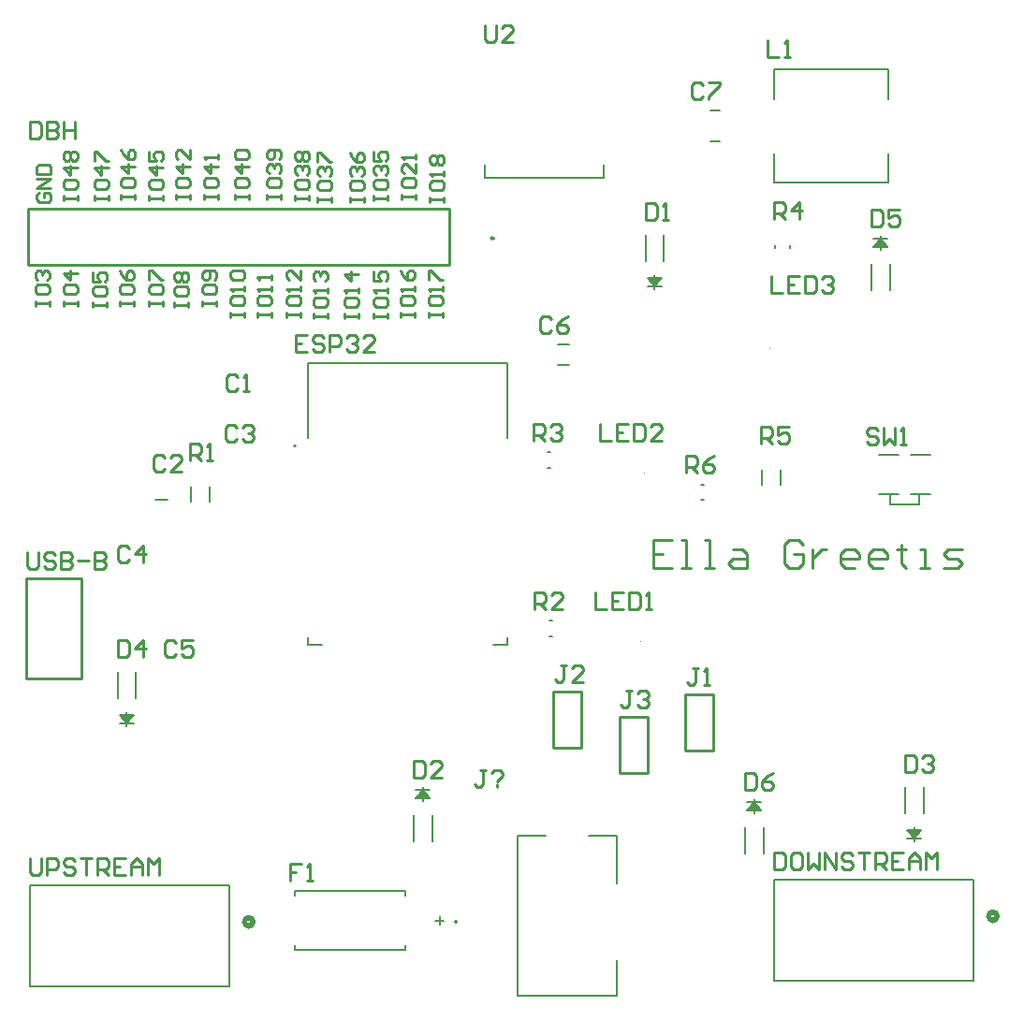
<source format=gto>
G04*
G04 #@! TF.GenerationSoftware,Altium Limited,Altium Designer,25.3.3 (18)*
G04*
G04 Layer_Color=65535*
%FSLAX44Y44*%
%MOMM*%
G71*
G04*
G04 #@! TF.SameCoordinates,CF0063C5-59CE-4EC0-ACCE-DCAF0012FED6*
G04*
G04*
G04 #@! TF.FilePolarity,Positive*
G04*
G01*
G75*
%ADD10C,0.5080*%
%ADD11C,0.2000*%
%ADD12C,0.2500*%
%ADD13C,0.1000*%
%ADD14C,0.1524*%
%ADD15C,0.2540*%
%ADD16C,0.1270*%
D10*
X213360Y69850D02*
G03*
X213360Y69850I-3810J0D01*
G01*
X886460Y74930D02*
G03*
X886460Y74930I-3810J0D01*
G01*
D11*
X397850Y69850D02*
G03*
X397850Y69850I-1000J0D01*
G01*
X252190Y500380D02*
G03*
X252190Y500380I-1000J0D01*
G01*
X125310Y452120D02*
X136310D01*
X788100Y738440D02*
Y765440D01*
X685100Y738440D02*
Y765440D01*
X788100Y814440D02*
Y841440D01*
X685100Y814440D02*
Y841440D01*
Y738440D02*
X788100D01*
X685100Y841440D02*
X788100D01*
X423500Y742840D02*
Y754840D01*
Y742840D02*
X530500D01*
Y754840D01*
X815640Y447260D02*
Y457260D01*
X789640Y447260D02*
X815640D01*
X789640D02*
Y457260D01*
X779140Y492260D02*
X797140D01*
X808140D02*
X826140D01*
X808140Y457260D02*
X826140D01*
X779140D02*
X797140D01*
D12*
X431150Y688340D02*
G03*
X431150Y688340I-1250J0D01*
G01*
D13*
X680900Y588800D02*
G03*
X680900Y588800I-500J0D01*
G01*
X564060Y323530D02*
G03*
X564060Y323530I-500J0D01*
G01*
X567870Y475930D02*
G03*
X567870Y475930I-500J0D01*
G01*
D14*
X251079Y44704D02*
Y48743D01*
X378587Y71120D02*
X386207D01*
X382397Y67310D02*
Y74930D01*
X251079Y97536D02*
X350901D01*
X251079Y93497D02*
Y97536D01*
Y44704D02*
X350901D01*
Y48743D01*
Y93497D02*
Y97536D01*
X666750Y168148D02*
Y180848D01*
X660400Y178308D02*
X673100D01*
X666750D02*
X673100Y170688D01*
X666750Y178308D02*
X671830Y170688D01*
X666750Y178308D02*
X670560Y170688D01*
X666750Y178308D02*
X669290Y170688D01*
X666750Y178308D02*
X668020Y170688D01*
X660400D02*
X666750Y178308D01*
X661670Y170688D02*
X666750Y178308D01*
X662940Y170688D02*
X666750Y178308D01*
X664210Y170688D02*
X666750Y178308D01*
X665480Y170688D02*
X666750Y178308D01*
X660400Y170688D02*
X673100D01*
X658495Y131699D02*
Y155321D01*
X675005Y131699D02*
Y155321D01*
X781050Y678243D02*
Y690944D01*
X774700Y688403D02*
X787400D01*
X781050D02*
X787400Y680783D01*
X781050Y688403D02*
X786130Y680783D01*
X781050Y688403D02*
X784860Y680783D01*
X781050Y688403D02*
X783590Y680783D01*
X781050Y688403D02*
X782320Y680783D01*
X774700D02*
X781050Y688403D01*
X775970Y680783D02*
X781050Y688403D01*
X777240Y680783D02*
X781050Y688403D01*
X778510Y680783D02*
X781050Y688403D01*
X779780Y680783D02*
X781050Y688403D01*
X774700Y680783D02*
X787400D01*
X772795Y641795D02*
Y665416D01*
X789305Y641795D02*
Y665416D01*
X99060Y247142D02*
Y259842D01*
X92710Y249682D02*
X105410D01*
X92710Y257302D02*
X99060Y249682D01*
X93980Y257302D02*
X99060Y249682D01*
X95250Y257302D02*
X99060Y249682D01*
X96520Y257302D02*
X99060Y249682D01*
X97790Y257302D02*
X99060Y249682D01*
X105410Y257302D01*
X99060Y249682D02*
X104140Y257302D01*
X99060Y249682D02*
X102870Y257302D01*
X99060Y249682D02*
X101600Y257302D01*
X99060Y249682D02*
X100330Y257302D01*
X92710D02*
X105410D01*
X107315Y272669D02*
Y296291D01*
X90805Y272669D02*
Y296291D01*
X811530Y143002D02*
Y155702D01*
X805180Y145542D02*
X817880D01*
X805180Y153162D02*
X811530Y145542D01*
X806450Y153162D02*
X811530Y145542D01*
X807720Y153162D02*
X811530Y145542D01*
X808990Y153162D02*
X811530Y145542D01*
X810260Y153162D02*
X811530Y145542D01*
X817880Y153162D01*
X811530Y145542D02*
X816610Y153162D01*
X811530Y145542D02*
X815340Y153162D01*
X811530Y145542D02*
X814070Y153162D01*
X811530Y145542D02*
X812800Y153162D01*
X805180D02*
X817880D01*
X819785Y168529D02*
Y192151D01*
X803275Y168529D02*
Y192151D01*
X367030Y179578D02*
Y192278D01*
X360680Y189738D02*
X373380D01*
X367030D02*
X373380Y182118D01*
X367030Y189738D02*
X372110Y182118D01*
X367030Y189738D02*
X370840Y182118D01*
X367030Y189738D02*
X369570Y182118D01*
X367030Y189738D02*
X368300Y182118D01*
X360680D02*
X367030Y189738D01*
X361950Y182118D02*
X367030Y189738D01*
X363220Y182118D02*
X367030Y189738D01*
X364490Y182118D02*
X367030Y189738D01*
X365760Y182118D02*
X367030Y189738D01*
X360680Y182118D02*
X373380D01*
X358775Y143129D02*
Y166751D01*
X375285Y143129D02*
Y166751D01*
X576580Y642112D02*
Y654812D01*
X570230Y644652D02*
X582930D01*
X570230Y652272D02*
X576580Y644652D01*
X571500Y652272D02*
X576580Y644652D01*
X572770Y652272D02*
X576580Y644652D01*
X574040Y652272D02*
X576580Y644652D01*
X575310Y652272D02*
X576580Y644652D01*
X582930Y652272D01*
X576580Y644652D02*
X581660Y652272D01*
X576580Y644652D02*
X580390Y652272D01*
X576580Y644652D02*
X579120Y652272D01*
X576580Y644652D02*
X577850Y652272D01*
X570230D02*
X582930D01*
X584835Y667639D02*
Y691261D01*
X568325Y667639D02*
Y691261D01*
X191770Y11430D02*
Y102870D01*
X11430Y11430D02*
X191770D01*
X11430D02*
Y102870D01*
X191770D01*
X864870Y16510D02*
Y107950D01*
X684530Y16510D02*
X864870D01*
X684530D02*
Y107950D01*
X864870D01*
D15*
X485140Y227330D02*
X510540D01*
X485140Y278130D02*
X510540D01*
X485140Y227330D02*
Y278130D01*
X510540Y227330D02*
Y278130D01*
X391160Y664210D02*
Y715010D01*
X10160Y664210D02*
Y715010D01*
X391160D01*
X10160Y664210D02*
X391160D01*
X7860Y380430D02*
X57860D01*
X7860Y290430D02*
X57860D01*
Y380430D01*
X7860Y290430D02*
Y380430D01*
X604520Y224790D02*
X629920D01*
X604520Y275590D02*
X629920D01*
X604520Y224790D02*
Y275590D01*
X629920Y224790D02*
Y275590D01*
X544830Y204470D02*
X570230D01*
X544830Y255270D02*
X570230D01*
X544830Y204470D02*
Y255270D01*
X570230Y204470D02*
Y255270D01*
X69854Y722630D02*
Y726862D01*
Y724746D01*
X82550D01*
Y722630D01*
Y726862D01*
X69854Y739558D02*
Y735326D01*
X71970Y733210D01*
X80434D01*
X82550Y735326D01*
Y739558D01*
X80434Y741674D01*
X71970D01*
X69854Y739558D01*
X82550Y752254D02*
X69854D01*
X76202Y745906D01*
Y754370D01*
X69854Y758602D02*
Y767066D01*
X71970D01*
X80434Y758602D01*
X82550D01*
X93984Y723900D02*
Y728132D01*
Y726016D01*
X106680D01*
Y723900D01*
Y728132D01*
X93984Y740828D02*
Y736596D01*
X96100Y734480D01*
X104564D01*
X106680Y736596D01*
Y740828D01*
X104564Y742944D01*
X96100D01*
X93984Y740828D01*
X106680Y753524D02*
X93984D01*
X100332Y747176D01*
Y755640D01*
X93984Y768336D02*
X96100Y764104D01*
X100332Y759872D01*
X104564D01*
X106680Y761988D01*
Y766220D01*
X104564Y768336D01*
X102448D01*
X100332Y766220D01*
Y759872D01*
X119384Y722630D02*
Y726862D01*
Y724746D01*
X132080D01*
Y722630D01*
Y726862D01*
X119384Y739558D02*
Y735326D01*
X121500Y733210D01*
X129964D01*
X132080Y735326D01*
Y739558D01*
X129964Y741674D01*
X121500D01*
X119384Y739558D01*
X132080Y752254D02*
X119384D01*
X125732Y745906D01*
Y754370D01*
X119384Y767066D02*
Y758602D01*
X125732D01*
X123616Y762834D01*
Y764950D01*
X125732Y767066D01*
X129964D01*
X132080Y764950D01*
Y760718D01*
X129964Y758602D01*
X143514Y723900D02*
Y728132D01*
Y726016D01*
X156210D01*
Y723900D01*
Y728132D01*
X143514Y740828D02*
Y736596D01*
X145630Y734480D01*
X154094D01*
X156210Y736596D01*
Y740828D01*
X154094Y742944D01*
X145630D01*
X143514Y740828D01*
X156210Y753524D02*
X143514D01*
X149862Y747176D01*
Y755640D01*
X156210Y768336D02*
Y759872D01*
X147746Y768336D01*
X145630D01*
X143514Y766220D01*
Y761988D01*
X145630Y759872D01*
X168914Y723900D02*
Y728132D01*
Y726016D01*
X181610D01*
Y723900D01*
Y728132D01*
X168914Y740828D02*
Y736596D01*
X171030Y734480D01*
X179494D01*
X181610Y736596D01*
Y740828D01*
X179494Y742944D01*
X171030D01*
X168914Y740828D01*
X181610Y753524D02*
X168914D01*
X175262Y747176D01*
Y755640D01*
X181610Y759872D02*
Y764104D01*
Y761988D01*
X168914D01*
X171030Y759872D01*
X196854Y723900D02*
Y728132D01*
Y726016D01*
X209550D01*
Y723900D01*
Y728132D01*
X196854Y740828D02*
Y736596D01*
X198970Y734480D01*
X207434D01*
X209550Y736596D01*
Y740828D01*
X207434Y742944D01*
X198970D01*
X196854Y740828D01*
X209550Y753524D02*
X196854D01*
X203202Y747176D01*
Y755640D01*
X198970Y759872D02*
X196854Y761988D01*
Y766220D01*
X198970Y768336D01*
X207434D01*
X209550Y766220D01*
Y761988D01*
X207434Y759872D01*
X198970D01*
X226064Y723900D02*
Y728132D01*
Y726016D01*
X238760D01*
Y723900D01*
Y728132D01*
X226064Y740828D02*
Y736596D01*
X228180Y734480D01*
X236644D01*
X238760Y736596D01*
Y740828D01*
X236644Y742944D01*
X228180D01*
X226064Y740828D01*
X228180Y747176D02*
X226064Y749292D01*
Y753524D01*
X228180Y755640D01*
X230296D01*
X232412Y753524D01*
Y751408D01*
Y753524D01*
X234528Y755640D01*
X236644D01*
X238760Y753524D01*
Y749292D01*
X236644Y747176D01*
Y759872D02*
X238760Y761988D01*
Y766220D01*
X236644Y768336D01*
X228180D01*
X226064Y766220D01*
Y761988D01*
X228180Y759872D01*
X230296D01*
X232412Y761988D01*
Y768336D01*
X251464Y722630D02*
Y726862D01*
Y724746D01*
X264160D01*
Y722630D01*
Y726862D01*
X251464Y739558D02*
Y735326D01*
X253580Y733210D01*
X262044D01*
X264160Y735326D01*
Y739558D01*
X262044Y741674D01*
X253580D01*
X251464Y739558D01*
X253580Y745906D02*
X251464Y748022D01*
Y752254D01*
X253580Y754370D01*
X255696D01*
X257812Y752254D01*
Y750138D01*
Y752254D01*
X259928Y754370D01*
X262044D01*
X264160Y752254D01*
Y748022D01*
X262044Y745906D01*
X253580Y758602D02*
X251464Y760718D01*
Y764950D01*
X253580Y767066D01*
X255696D01*
X257812Y764950D01*
X259928Y767066D01*
X262044D01*
X264160Y764950D01*
Y760718D01*
X262044Y758602D01*
X259928D01*
X257812Y760718D01*
X255696Y758602D01*
X253580D01*
X257812Y760718D02*
Y764950D01*
X271784Y721360D02*
Y725592D01*
Y723476D01*
X284480D01*
Y721360D01*
Y725592D01*
X271784Y738288D02*
Y734056D01*
X273900Y731940D01*
X282364D01*
X284480Y734056D01*
Y738288D01*
X282364Y740404D01*
X273900D01*
X271784Y738288D01*
X273900Y744636D02*
X271784Y746752D01*
Y750984D01*
X273900Y753100D01*
X276016D01*
X278132Y750984D01*
Y748868D01*
Y750984D01*
X280248Y753100D01*
X282364D01*
X284480Y750984D01*
Y746752D01*
X282364Y744636D01*
X271784Y757332D02*
Y765796D01*
X273900D01*
X282364Y757332D01*
X284480D01*
X300994Y721360D02*
Y725592D01*
Y723476D01*
X313690D01*
Y721360D01*
Y725592D01*
X300994Y738288D02*
Y734056D01*
X303110Y731940D01*
X311574D01*
X313690Y734056D01*
Y738288D01*
X311574Y740404D01*
X303110D01*
X300994Y738288D01*
X303110Y744636D02*
X300994Y746752D01*
Y750984D01*
X303110Y753100D01*
X305226D01*
X307342Y750984D01*
Y748868D01*
Y750984D01*
X309458Y753100D01*
X311574D01*
X313690Y750984D01*
Y746752D01*
X311574Y744636D01*
X300994Y765796D02*
X303110Y761564D01*
X307342Y757332D01*
X311574D01*
X313690Y759448D01*
Y763680D01*
X311574Y765796D01*
X309458D01*
X307342Y763680D01*
Y757332D01*
X322584Y722630D02*
Y726862D01*
Y724746D01*
X335280D01*
Y722630D01*
Y726862D01*
X322584Y739558D02*
Y735326D01*
X324700Y733210D01*
X333164D01*
X335280Y735326D01*
Y739558D01*
X333164Y741674D01*
X324700D01*
X322584Y739558D01*
X324700Y745906D02*
X322584Y748022D01*
Y752254D01*
X324700Y754370D01*
X326816D01*
X328932Y752254D01*
Y750138D01*
Y752254D01*
X331048Y754370D01*
X333164D01*
X335280Y752254D01*
Y748022D01*
X333164Y745906D01*
X322584Y767066D02*
Y758602D01*
X328932D01*
X326816Y762834D01*
Y764950D01*
X328932Y767066D01*
X333164D01*
X335280Y764950D01*
Y760718D01*
X333164Y758602D01*
X347984Y723900D02*
Y728132D01*
Y726016D01*
X360680D01*
Y723900D01*
Y728132D01*
X347984Y740828D02*
Y736596D01*
X350100Y734480D01*
X358564D01*
X360680Y736596D01*
Y740828D01*
X358564Y742944D01*
X350100D01*
X347984Y740828D01*
X360680Y755640D02*
Y747176D01*
X352216Y755640D01*
X350100D01*
X347984Y753524D01*
Y749292D01*
X350100Y747176D01*
X360680Y759872D02*
Y764104D01*
Y761988D01*
X347984D01*
X350100Y759872D01*
X373384Y721360D02*
Y725592D01*
Y723476D01*
X386080D01*
Y721360D01*
Y725592D01*
X373384Y738288D02*
Y734056D01*
X375500Y731940D01*
X383964D01*
X386080Y734056D01*
Y738288D01*
X383964Y740404D01*
X375500D01*
X373384Y738288D01*
X386080Y744636D02*
Y748868D01*
Y746752D01*
X373384D01*
X375500Y744636D01*
Y755216D02*
X373384Y757332D01*
Y761564D01*
X375500Y763680D01*
X377616D01*
X379732Y761564D01*
X381848Y763680D01*
X383964D01*
X386080Y761564D01*
Y757332D01*
X383964Y755216D01*
X381848D01*
X379732Y757332D01*
X377616Y755216D01*
X375500D01*
X379732Y757332D02*
Y761564D01*
X372114Y617220D02*
Y621452D01*
Y619336D01*
X384810D01*
Y617220D01*
Y621452D01*
X372114Y634148D02*
Y629916D01*
X374230Y627800D01*
X382694D01*
X384810Y629916D01*
Y634148D01*
X382694Y636264D01*
X374230D01*
X372114Y634148D01*
X384810Y640496D02*
Y644728D01*
Y642612D01*
X372114D01*
X374230Y640496D01*
X372114Y651076D02*
Y659540D01*
X374230D01*
X382694Y651076D01*
X384810D01*
X346714Y617220D02*
Y621452D01*
Y619336D01*
X359410D01*
Y617220D01*
Y621452D01*
X346714Y634148D02*
Y629916D01*
X348830Y627800D01*
X357294D01*
X359410Y629916D01*
Y634148D01*
X357294Y636264D01*
X348830D01*
X346714Y634148D01*
X359410Y640496D02*
Y644728D01*
Y642612D01*
X346714D01*
X348830Y640496D01*
X346714Y659540D02*
X348830Y655308D01*
X353062Y651076D01*
X357294D01*
X359410Y653192D01*
Y657424D01*
X357294Y659540D01*
X355178D01*
X353062Y657424D01*
Y651076D01*
X322584Y615950D02*
Y620182D01*
Y618066D01*
X335280D01*
Y615950D01*
Y620182D01*
X322584Y632878D02*
Y628646D01*
X324700Y626530D01*
X333164D01*
X335280Y628646D01*
Y632878D01*
X333164Y634994D01*
X324700D01*
X322584Y632878D01*
X335280Y639226D02*
Y643458D01*
Y641342D01*
X322584D01*
X324700Y639226D01*
X322584Y658270D02*
Y649806D01*
X328932D01*
X326816Y654038D01*
Y656154D01*
X328932Y658270D01*
X333164D01*
X335280Y656154D01*
Y651922D01*
X333164Y649806D01*
X295914Y615950D02*
Y620182D01*
Y618066D01*
X308610D01*
Y615950D01*
Y620182D01*
X295914Y632878D02*
Y628646D01*
X298030Y626530D01*
X306494D01*
X308610Y628646D01*
Y632878D01*
X306494Y634994D01*
X298030D01*
X295914Y632878D01*
X308610Y639226D02*
Y643458D01*
Y641342D01*
X295914D01*
X298030Y639226D01*
X308610Y656154D02*
X295914D01*
X302262Y649806D01*
Y658270D01*
X267974Y615950D02*
Y620182D01*
Y618066D01*
X280670D01*
Y615950D01*
Y620182D01*
X267974Y632878D02*
Y628646D01*
X270090Y626530D01*
X278554D01*
X280670Y628646D01*
Y632878D01*
X278554Y634994D01*
X270090D01*
X267974Y632878D01*
X280670Y639226D02*
Y643458D01*
Y641342D01*
X267974D01*
X270090Y639226D01*
Y649806D02*
X267974Y651922D01*
Y656154D01*
X270090Y658270D01*
X272206D01*
X274322Y656154D01*
Y654038D01*
Y656154D01*
X276438Y658270D01*
X278554D01*
X280670Y656154D01*
Y651922D01*
X278554Y649806D01*
X243844Y617220D02*
Y621452D01*
Y619336D01*
X256540D01*
Y617220D01*
Y621452D01*
X243844Y634148D02*
Y629916D01*
X245960Y627800D01*
X254424D01*
X256540Y629916D01*
Y634148D01*
X254424Y636264D01*
X245960D01*
X243844Y634148D01*
X256540Y640496D02*
Y644728D01*
Y642612D01*
X243844D01*
X245960Y640496D01*
X256540Y659540D02*
Y651076D01*
X248076Y659540D01*
X245960D01*
X243844Y657424D01*
Y653192D01*
X245960Y651076D01*
X217174Y617220D02*
Y621452D01*
Y619336D01*
X229870D01*
Y617220D01*
Y621452D01*
X217174Y634148D02*
Y629916D01*
X219290Y627800D01*
X227754D01*
X229870Y629916D01*
Y634148D01*
X227754Y636264D01*
X219290D01*
X217174Y634148D01*
X229870Y640496D02*
Y644728D01*
Y642612D01*
X217174D01*
X219290Y640496D01*
X229870Y651076D02*
Y655308D01*
Y653192D01*
X217174D01*
X219290Y651076D01*
X193044Y617220D02*
Y621452D01*
Y619336D01*
X205740D01*
Y617220D01*
Y621452D01*
X193044Y634148D02*
Y629916D01*
X195160Y627800D01*
X203624D01*
X205740Y629916D01*
Y634148D01*
X203624Y636264D01*
X195160D01*
X193044Y634148D01*
X205740Y640496D02*
Y644728D01*
Y642612D01*
X193044D01*
X195160Y640496D01*
Y651076D02*
X193044Y653192D01*
Y657424D01*
X195160Y659540D01*
X203624D01*
X205740Y657424D01*
Y653192D01*
X203624Y651076D01*
X195160D01*
X167644Y627380D02*
Y631612D01*
Y629496D01*
X180340D01*
Y627380D01*
Y631612D01*
X167644Y644308D02*
Y640076D01*
X169760Y637960D01*
X178224D01*
X180340Y640076D01*
Y644308D01*
X178224Y646424D01*
X169760D01*
X167644Y644308D01*
X178224Y650656D02*
X180340Y652772D01*
Y657004D01*
X178224Y659120D01*
X169760D01*
X167644Y657004D01*
Y652772D01*
X169760Y650656D01*
X171876D01*
X173992Y652772D01*
Y659120D01*
X142244Y626110D02*
Y630342D01*
Y628226D01*
X154940D01*
Y626110D01*
Y630342D01*
X142244Y643038D02*
Y638806D01*
X144360Y636690D01*
X152824D01*
X154940Y638806D01*
Y643038D01*
X152824Y645154D01*
X144360D01*
X142244Y643038D01*
X144360Y649386D02*
X142244Y651502D01*
Y655734D01*
X144360Y657850D01*
X146476D01*
X148592Y655734D01*
X150708Y657850D01*
X152824D01*
X154940Y655734D01*
Y651502D01*
X152824Y649386D01*
X150708D01*
X148592Y651502D01*
X146476Y649386D01*
X144360D01*
X148592Y651502D02*
Y655734D01*
X119384Y627380D02*
Y631612D01*
Y629496D01*
X132080D01*
Y627380D01*
Y631612D01*
X119384Y644308D02*
Y640076D01*
X121500Y637960D01*
X129964D01*
X132080Y640076D01*
Y644308D01*
X129964Y646424D01*
X121500D01*
X119384Y644308D01*
Y650656D02*
Y659120D01*
X121500D01*
X129964Y650656D01*
X132080D01*
X92714Y627380D02*
Y631612D01*
Y629496D01*
X105410D01*
Y627380D01*
Y631612D01*
X92714Y644308D02*
Y640076D01*
X94830Y637960D01*
X103294D01*
X105410Y640076D01*
Y644308D01*
X103294Y646424D01*
X94830D01*
X92714Y644308D01*
Y659120D02*
X94830Y654888D01*
X99062Y650656D01*
X103294D01*
X105410Y652772D01*
Y657004D01*
X103294Y659120D01*
X101178D01*
X99062Y657004D01*
Y650656D01*
X68584Y626110D02*
Y630342D01*
Y628226D01*
X81280D01*
Y626110D01*
Y630342D01*
X68584Y643038D02*
Y638806D01*
X70700Y636690D01*
X79164D01*
X81280Y638806D01*
Y643038D01*
X79164Y645154D01*
X70700D01*
X68584Y643038D01*
Y657850D02*
Y649386D01*
X74932D01*
X72816Y653618D01*
Y655734D01*
X74932Y657850D01*
X79164D01*
X81280Y655734D01*
Y651502D01*
X79164Y649386D01*
X41914Y627380D02*
Y631612D01*
Y629496D01*
X54610D01*
Y627380D01*
Y631612D01*
X41914Y644308D02*
Y640076D01*
X44030Y637960D01*
X52494D01*
X54610Y640076D01*
Y644308D01*
X52494Y646424D01*
X44030D01*
X41914Y644308D01*
X54610Y657004D02*
X41914D01*
X48262Y650656D01*
Y659120D01*
X16514Y627380D02*
Y631612D01*
Y629496D01*
X29210D01*
Y627380D01*
Y631612D01*
X16514Y644308D02*
Y640076D01*
X18630Y637960D01*
X27094D01*
X29210Y640076D01*
Y644308D01*
X27094Y646424D01*
X18630D01*
X16514Y644308D01*
X18630Y650656D02*
X16514Y652772D01*
Y657004D01*
X18630Y659120D01*
X20746D01*
X22862Y657004D01*
Y654888D01*
Y657004D01*
X24978Y659120D01*
X27094D01*
X29210Y657004D01*
Y652772D01*
X27094Y650656D01*
X41914Y722630D02*
Y726862D01*
Y724746D01*
X54610D01*
Y722630D01*
Y726862D01*
X41914Y739558D02*
Y735326D01*
X44030Y733210D01*
X52494D01*
X54610Y735326D01*
Y739558D01*
X52494Y741674D01*
X44030D01*
X41914Y739558D01*
X54610Y752254D02*
X41914D01*
X48262Y745906D01*
Y754370D01*
X44030Y758602D02*
X41914Y760718D01*
Y764950D01*
X44030Y767066D01*
X46146D01*
X48262Y764950D01*
X50378Y767066D01*
X52494D01*
X54610Y764950D01*
Y760718D01*
X52494Y758602D01*
X50378D01*
X48262Y760718D01*
X46146Y758602D01*
X44030D01*
X48262Y760718D02*
Y764950D01*
X19900Y729824D02*
X17784Y727708D01*
Y723476D01*
X19900Y721360D01*
X28364D01*
X30480Y723476D01*
Y727708D01*
X28364Y729824D01*
X24132D01*
Y725592D01*
X30480Y734056D02*
X17784D01*
X30480Y742520D01*
X17784D01*
Y746752D02*
X30480D01*
Y753100D01*
X28364Y755216D01*
X19900D01*
X17784Y753100D01*
Y746752D01*
X592238Y415282D02*
X575310D01*
Y389890D01*
X592238D01*
X575310Y402586D02*
X583774D01*
X600702Y389890D02*
X609166D01*
X604934D01*
Y415282D01*
X600702D01*
X621862Y389890D02*
X630326D01*
X626094D01*
Y415282D01*
X621862D01*
X647253Y406818D02*
X655717D01*
X659949Y402586D01*
Y389890D01*
X647253D01*
X643021Y394122D01*
X647253Y398354D01*
X659949D01*
X710733Y411050D02*
X706501Y415282D01*
X698037D01*
X693805Y411050D01*
Y394122D01*
X698037Y389890D01*
X706501D01*
X710733Y394122D01*
Y402586D01*
X702269D01*
X719197Y406818D02*
Y389890D01*
Y398354D01*
X723429Y402586D01*
X727661Y406818D01*
X731893D01*
X757284Y389890D02*
X748821D01*
X744589Y394122D01*
Y402586D01*
X748821Y406818D01*
X757284D01*
X761516Y402586D01*
Y398354D01*
X744589D01*
X782676Y389890D02*
X774212D01*
X769980Y394122D01*
Y402586D01*
X774212Y406818D01*
X782676D01*
X786908Y402586D01*
Y398354D01*
X769980D01*
X799604Y411050D02*
Y406818D01*
X795372D01*
X803836D01*
X799604D01*
Y394122D01*
X803836Y389890D01*
X816532D02*
X824996D01*
X820764D01*
Y406818D01*
X816532D01*
X837692Y389890D02*
X850388D01*
X854620Y394122D01*
X850388Y398354D01*
X841924D01*
X837692Y402586D01*
X841924Y406818D01*
X854620D01*
X496567Y302255D02*
X491488D01*
X494027D01*
Y289559D01*
X491488Y287020D01*
X488949D01*
X486410Y289559D01*
X511802Y287020D02*
X501645D01*
X511802Y297177D01*
Y299716D01*
X509263Y302255D01*
X504184D01*
X501645Y299716D01*
X620011Y827020D02*
X617472Y829559D01*
X612393D01*
X609854Y827020D01*
Y816863D01*
X612393Y814324D01*
X617472D01*
X620011Y816863D01*
X625089Y829559D02*
X635246D01*
Y827020D01*
X625089Y816863D01*
Y814324D01*
X133347Y490216D02*
X130808Y492755D01*
X125729D01*
X123190Y490216D01*
Y480059D01*
X125729Y477520D01*
X130808D01*
X133347Y480059D01*
X148582Y477520D02*
X138425D01*
X148582Y487677D01*
Y490216D01*
X146043Y492755D01*
X140964D01*
X138425Y490216D01*
X482851Y615438D02*
X480312Y617977D01*
X475233D01*
X472694Y615438D01*
Y605281D01*
X475233Y602742D01*
X480312D01*
X482851Y605281D01*
X498086Y617977D02*
X493007Y615438D01*
X487929Y610359D01*
Y605281D01*
X490468Y602742D01*
X495547D01*
X498086Y605281D01*
Y607820D01*
X495547Y610359D01*
X487929D01*
X199641Y562352D02*
X197101Y564891D01*
X192023D01*
X189484Y562352D01*
Y552195D01*
X192023Y549656D01*
X197101D01*
X199641Y552195D01*
X204719Y549656D02*
X209797D01*
X207258D01*
Y564891D01*
X204719Y562352D01*
X679196Y867151D02*
Y851916D01*
X689353D01*
X694431D02*
X699509D01*
X696970D01*
Y867151D01*
X694431Y864612D01*
X143507Y322576D02*
X140968Y325115D01*
X135889D01*
X133350Y322576D01*
Y312419D01*
X135889Y309880D01*
X140968D01*
X143507Y312419D01*
X158742Y325115D02*
X148585D01*
Y317498D01*
X153663Y320037D01*
X156203D01*
X158742Y317498D01*
Y312419D01*
X156203Y309880D01*
X151124D01*
X148585Y312419D01*
X101597Y408174D02*
X99058Y410713D01*
X93979D01*
X91440Y408174D01*
Y398017D01*
X93979Y395478D01*
X99058D01*
X101597Y398017D01*
X114293Y395478D02*
Y410713D01*
X106675Y403096D01*
X116832D01*
X198879Y516886D02*
X196339Y519425D01*
X191261D01*
X188722Y516886D01*
Y506729D01*
X191261Y504190D01*
X196339D01*
X198879Y506729D01*
X203957Y516886D02*
X206496Y519425D01*
X211575D01*
X214114Y516886D01*
Y514347D01*
X211575Y511808D01*
X209035D01*
X211575D01*
X214114Y509268D01*
Y506729D01*
X211575Y504190D01*
X206496D01*
X203957Y506729D01*
X605282Y475996D02*
Y491231D01*
X612900D01*
X615439Y488692D01*
Y483614D01*
X612900Y481074D01*
X605282D01*
X610360D02*
X615439Y475996D01*
X630674Y491231D02*
X625595Y488692D01*
X620517Y483614D01*
Y478535D01*
X623056Y475996D01*
X628135D01*
X630674Y478535D01*
Y481074D01*
X628135Y483614D01*
X620517D01*
X423418Y880867D02*
Y868171D01*
X425957Y865632D01*
X431035D01*
X433575Y868171D01*
Y880867D01*
X448810Y865632D02*
X438653D01*
X448810Y875789D01*
Y878328D01*
X446271Y880867D01*
X441192D01*
X438653Y878328D01*
X9144Y404617D02*
Y391921D01*
X11683Y389382D01*
X16761D01*
X19301Y391921D01*
Y404617D01*
X34536Y402078D02*
X31997Y404617D01*
X26918D01*
X24379Y402078D01*
Y399539D01*
X26918Y397000D01*
X31997D01*
X34536Y394460D01*
Y391921D01*
X31997Y389382D01*
X26918D01*
X24379Y391921D01*
X39614Y404617D02*
Y389382D01*
X47232D01*
X49771Y391921D01*
Y394460D01*
X47232Y397000D01*
X39614D01*
X47232D01*
X49771Y399539D01*
Y402078D01*
X47232Y404617D01*
X39614D01*
X54849Y397000D02*
X65006D01*
X70084Y404617D02*
Y389382D01*
X77702D01*
X80241Y391921D01*
Y394460D01*
X77702Y397000D01*
X70084D01*
X77702D01*
X80241Y399539D01*
Y402078D01*
X77702Y404617D01*
X70084D01*
X803656Y220975D02*
Y205740D01*
X811273D01*
X813813Y208279D01*
Y218436D01*
X811273Y220975D01*
X803656D01*
X818891Y218436D02*
X821430Y220975D01*
X826509D01*
X829048Y218436D01*
Y215897D01*
X826509Y213358D01*
X823969D01*
X826509D01*
X829048Y210818D01*
Y208279D01*
X826509Y205740D01*
X821430D01*
X818891Y208279D01*
X466852Y505206D02*
Y520441D01*
X474469D01*
X477009Y517902D01*
Y512823D01*
X474469Y510284D01*
X466852D01*
X471930D02*
X477009Y505206D01*
X482087Y517902D02*
X484626Y520441D01*
X489705D01*
X492244Y517902D01*
Y515363D01*
X489705Y512823D01*
X487165D01*
X489705D01*
X492244Y510284D01*
Y507745D01*
X489705Y505206D01*
X484626D01*
X482087Y507745D01*
X468122Y352806D02*
Y368041D01*
X475740D01*
X478279Y365502D01*
Y360424D01*
X475740Y357884D01*
X468122D01*
X473200D02*
X478279Y352806D01*
X493514D02*
X483357D01*
X493514Y362963D01*
Y365502D01*
X490975Y368041D01*
X485896D01*
X483357Y365502D01*
X684784Y705866D02*
Y721101D01*
X692402D01*
X694941Y718562D01*
Y713484D01*
X692402Y710944D01*
X684784D01*
X689862D02*
X694941Y705866D01*
X707637D02*
Y721101D01*
X700019Y713484D01*
X710176D01*
X681990Y654299D02*
Y639064D01*
X692147D01*
X707382Y654299D02*
X697225D01*
Y639064D01*
X707382D01*
X697225Y646682D02*
X702303D01*
X712460Y654299D02*
Y639064D01*
X720078D01*
X722617Y641603D01*
Y651760D01*
X720078Y654299D01*
X712460D01*
X727695Y651760D02*
X730234Y654299D01*
X735313D01*
X737852Y651760D01*
Y649221D01*
X735313Y646682D01*
X732774D01*
X735313D01*
X737852Y644142D01*
Y641603D01*
X735313Y639064D01*
X730234D01*
X727695Y641603D01*
X527050Y520187D02*
Y504952D01*
X537207D01*
X552442Y520187D02*
X542285D01*
Y504952D01*
X552442D01*
X542285Y512570D02*
X547363D01*
X557520Y520187D02*
Y504952D01*
X565138D01*
X567677Y507491D01*
Y517648D01*
X565138Y520187D01*
X557520D01*
X582912Y504952D02*
X572755D01*
X582912Y515109D01*
Y517648D01*
X580373Y520187D01*
X575294D01*
X572755Y517648D01*
X523240Y367787D02*
Y352552D01*
X533397D01*
X548632Y367787D02*
X538475D01*
Y352552D01*
X548632D01*
X538475Y360169D02*
X543553D01*
X553710Y367787D02*
Y352552D01*
X561328D01*
X563867Y355091D01*
Y365248D01*
X561328Y367787D01*
X553710D01*
X568945Y352552D02*
X574024D01*
X571484D01*
Y367787D01*
X568945Y365248D01*
X615947Y299715D02*
X610868D01*
X613408D01*
Y287019D01*
X610868Y284480D01*
X608329D01*
X605790Y287019D01*
X621025Y284480D02*
X626103D01*
X623564D01*
Y299715D01*
X621025Y297176D01*
X556257Y279395D02*
X551178D01*
X553717D01*
Y266699D01*
X551178Y264160D01*
X548639D01*
X546100Y266699D01*
X561335Y276856D02*
X563874Y279395D01*
X568953D01*
X571492Y276856D01*
Y274317D01*
X568953Y271777D01*
X566413D01*
X568953D01*
X571492Y269238D01*
Y266699D01*
X568953Y264160D01*
X563874D01*
X561335Y266699D01*
X11430Y793745D02*
Y778510D01*
X19047D01*
X21587Y781049D01*
Y791206D01*
X19047Y793745D01*
X11430D01*
X26665D02*
Y778510D01*
X34283D01*
X36822Y781049D01*
Y783588D01*
X34283Y786127D01*
X26665D01*
X34283D01*
X36822Y788667D01*
Y791206D01*
X34283Y793745D01*
X26665D01*
X41900D02*
Y778510D01*
Y786127D01*
X52057D01*
Y793745D01*
Y778510D01*
X773176Y714497D02*
Y699262D01*
X780794D01*
X783333Y701801D01*
Y711958D01*
X780794Y714497D01*
X773176D01*
X798568D02*
X788411D01*
Y706880D01*
X793489Y709419D01*
X796029D01*
X798568Y706880D01*
Y701801D01*
X796029Y699262D01*
X790950D01*
X788411Y701801D01*
X359156Y215895D02*
Y200660D01*
X366773D01*
X369313Y203199D01*
Y213356D01*
X366773Y215895D01*
X359156D01*
X384548Y200660D02*
X374391D01*
X384548Y210817D01*
Y213356D01*
X382009Y215895D01*
X376930D01*
X374391Y213356D01*
X568960Y720085D02*
Y704850D01*
X576577D01*
X579117Y707389D01*
Y717546D01*
X576577Y720085D01*
X568960D01*
X584195Y704850D02*
X589273D01*
X586734D01*
Y720085D01*
X584195Y717546D01*
X91440Y325115D02*
Y309880D01*
X99058D01*
X101597Y312419D01*
Y322576D01*
X99058Y325115D01*
X91440D01*
X114293Y309880D02*
Y325115D01*
X106675Y317498D01*
X116832D01*
X658876Y204465D02*
Y189230D01*
X666494D01*
X669033Y191769D01*
Y201926D01*
X666494Y204465D01*
X658876D01*
X684268D02*
X679189Y201926D01*
X674111Y196847D01*
Y191769D01*
X676650Y189230D01*
X681729D01*
X684268Y191769D01*
Y194308D01*
X681729Y196847D01*
X674111D01*
X11938Y127757D02*
Y115061D01*
X14477Y112522D01*
X19555D01*
X22095Y115061D01*
Y127757D01*
X27173Y112522D02*
Y127757D01*
X34791D01*
X37330Y125218D01*
Y120140D01*
X34791Y117600D01*
X27173D01*
X52565Y125218D02*
X50026Y127757D01*
X44947D01*
X42408Y125218D01*
Y122679D01*
X44947Y120140D01*
X50026D01*
X52565Y117600D01*
Y115061D01*
X50026Y112522D01*
X44947D01*
X42408Y115061D01*
X57643Y127757D02*
X67800D01*
X62722D01*
Y112522D01*
X72878D02*
Y127757D01*
X80496D01*
X83035Y125218D01*
Y120140D01*
X80496Y117600D01*
X72878D01*
X77957D02*
X83035Y112522D01*
X98270Y127757D02*
X88113D01*
Y112522D01*
X98270D01*
X88113Y120140D02*
X93192D01*
X103348Y112522D02*
Y122679D01*
X108427Y127757D01*
X113505Y122679D01*
Y112522D01*
Y120140D01*
X103348D01*
X118583Y112522D02*
Y127757D01*
X123662Y122679D01*
X128740Y127757D01*
Y112522D01*
X673100Y502412D02*
Y517647D01*
X680717D01*
X683257Y515108D01*
Y510029D01*
X680717Y507490D01*
X673100D01*
X678178D02*
X683257Y502412D01*
X698492Y517647D02*
X688335D01*
Y510029D01*
X693413Y512569D01*
X695953D01*
X698492Y510029D01*
Y504951D01*
X695953Y502412D01*
X690874D01*
X688335Y504951D01*
X424181Y207008D02*
X419103D01*
X421642D01*
Y194312D01*
X419103Y191772D01*
X416563D01*
X414024Y194312D01*
X429259Y204468D02*
X431798Y207008D01*
X436877D01*
X439416Y204468D01*
Y201929D01*
X434338Y196851D01*
Y194312D02*
Y191772D01*
X685038Y132837D02*
Y117602D01*
X692655D01*
X695195Y120141D01*
Y130298D01*
X692655Y132837D01*
X685038D01*
X707891D02*
X702812D01*
X700273Y130298D01*
Y120141D01*
X702812Y117602D01*
X707891D01*
X710430Y120141D01*
Y130298D01*
X707891Y132837D01*
X715508D02*
Y117602D01*
X720586Y122680D01*
X725665Y117602D01*
Y132837D01*
X730743Y117602D02*
Y132837D01*
X740900Y117602D01*
Y132837D01*
X756135Y130298D02*
X753596Y132837D01*
X748518D01*
X745978Y130298D01*
Y127759D01*
X748518Y125219D01*
X753596D01*
X756135Y122680D01*
Y120141D01*
X753596Y117602D01*
X748518D01*
X745978Y120141D01*
X761213Y132837D02*
X771370D01*
X766292D01*
Y117602D01*
X776448D02*
Y132837D01*
X784066D01*
X786605Y130298D01*
Y125219D01*
X784066Y122680D01*
X776448D01*
X781527D02*
X786605Y117602D01*
X801840Y132837D02*
X791684D01*
Y117602D01*
X801840D01*
X791684Y125219D02*
X796762D01*
X806919Y117602D02*
Y127759D01*
X811997Y132837D01*
X817075Y127759D01*
Y117602D01*
Y125219D01*
X806919D01*
X822154Y117602D02*
Y132837D01*
X827232Y127759D01*
X832310Y132837D01*
Y117602D01*
X779015Y514854D02*
X776476Y517393D01*
X771397D01*
X768858Y514854D01*
Y512315D01*
X771397Y509776D01*
X776476D01*
X779015Y507236D01*
Y504697D01*
X776476Y502158D01*
X771397D01*
X768858Y504697D01*
X784093Y517393D02*
Y502158D01*
X789171Y507236D01*
X794250Y502158D01*
Y517393D01*
X799328Y502158D02*
X804407D01*
X801867D01*
Y517393D01*
X799328Y514854D01*
X156718Y487172D02*
Y502407D01*
X164335D01*
X166875Y499868D01*
Y494790D01*
X164335Y492250D01*
X156718D01*
X161796D02*
X166875Y487172D01*
X171953D02*
X177031D01*
X174492D01*
Y502407D01*
X171953Y499868D01*
X257299Y122423D02*
X247142D01*
Y114805D01*
X252220D01*
X247142D01*
Y107188D01*
X262377D02*
X267455D01*
X264916D01*
Y122423D01*
X262377Y119884D01*
X261871Y600959D02*
X251714D01*
Y585724D01*
X261871D01*
X251714Y593341D02*
X256792D01*
X277106Y598420D02*
X274567Y600959D01*
X269488D01*
X266949Y598420D01*
Y595881D01*
X269488Y593341D01*
X274567D01*
X277106Y590802D01*
Y588263D01*
X274567Y585724D01*
X269488D01*
X266949Y588263D01*
X282184Y585724D02*
Y600959D01*
X289802D01*
X292341Y598420D01*
Y593341D01*
X289802Y590802D01*
X282184D01*
X297419Y598420D02*
X299958Y600959D01*
X305037D01*
X307576Y598420D01*
Y595881D01*
X305037Y593341D01*
X302498D01*
X305037D01*
X307576Y590802D01*
Y588263D01*
X305037Y585724D01*
X299958D01*
X297419Y588263D01*
X322811Y585724D02*
X312654D01*
X322811Y595881D01*
Y598420D01*
X320272Y600959D01*
X315194D01*
X312654Y598420D01*
D16*
X452800Y2850D02*
Y147950D01*
Y2850D02*
X542800D01*
Y34900D01*
Y104800D02*
Y147950D01*
X517500D02*
X542800D01*
X452800D02*
X478100D01*
X690490Y465740D02*
Y479140D01*
X673490Y465740D02*
Y479140D01*
X626990Y803940D02*
X635390D01*
X626990Y775940D02*
X635390D01*
X489130Y592430D02*
X498930D01*
X489130Y573430D02*
X498930D01*
X263190Y575280D02*
X443190D01*
Y508080D02*
Y575280D01*
X263190Y508080D02*
Y575280D01*
Y320280D02*
Y327580D01*
Y320280D02*
X275640D01*
X443190D02*
Y327580D01*
X430740Y320280D02*
X443190D01*
X618560Y451470D02*
X620960D01*
X618560Y465470D02*
X620960D01*
X685150Y679980D02*
Y682380D01*
X699150Y679980D02*
Y682380D01*
X481400Y342280D02*
X483800D01*
X481400Y328280D02*
X483800D01*
X480130Y494680D02*
X482530D01*
X480130Y480680D02*
X482530D01*
X157040Y450500D02*
Y463900D01*
X174040Y450500D02*
Y463900D01*
M02*

</source>
